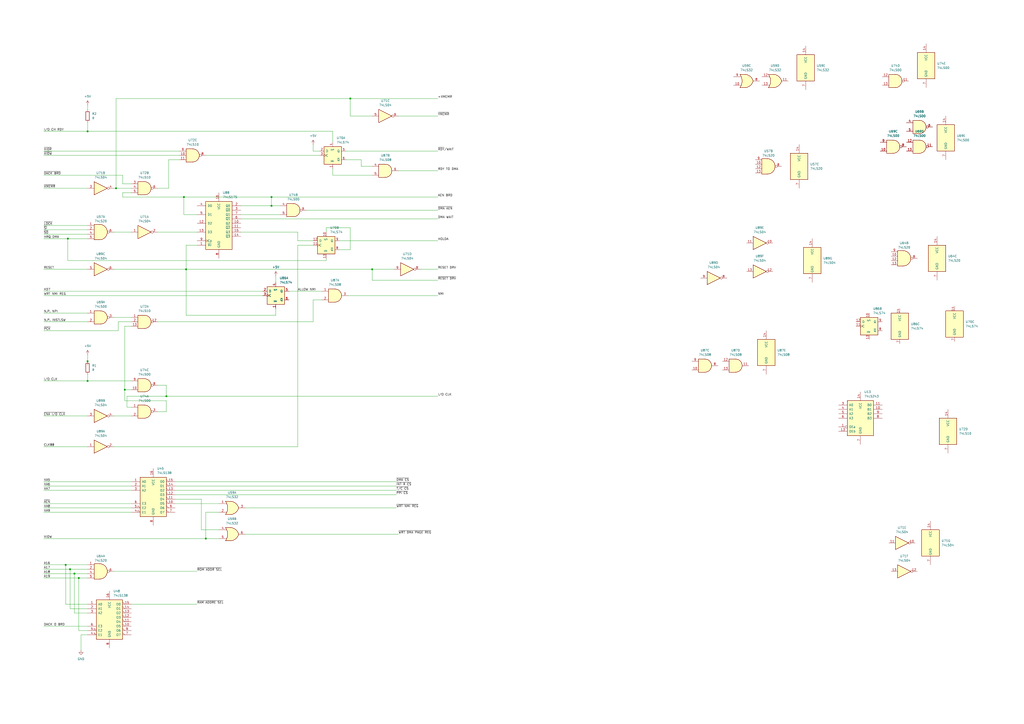
<source format=kicad_sch>
(kicad_sch (version 20231120) (generator "eeschema") (generator_version "8.0")
  (paper "A2")
  (lib_symbols
    (symbol "74xx:74LS00" (pin_names (offset 1.016))
      (property "Reference" "U" (at 0 1.27 0))
      (property "Value" "74LS00" (at 0 -1.27 0))
      (symbol "74LS00_1_1"
        (pin input line (at -7.62 2.54 0) (length 3.81) (name "~") (number "1"))
        (pin input line (at -7.62 -2.54 0) (length 3.81) (name "~") (number "2"))
        (pin output inverted (at 7.62 0 180) (length 3.81) (name "~") (number "3"))
      )
      (symbol "74LS00_1_2"
        (pin input inverted (at -7.62 2.54 0) (length 4.318) (name "~") (number "1"))
        (pin input inverted (at -7.62 -2.54 0) (length 4.318) (name "~") (number "2"))
        (pin output line (at 7.62 0 180) (length 3.81) (name "~") (number "3"))
      )
      (symbol "74LS00_2_1"
        (pin input line (at -7.62 2.54 0) (length 3.81) (name "~") (number "4"))
        (pin input line (at -7.62 -2.54 0) (length 3.81) (name "~") (number "5"))
        (pin output inverted (at 7.62 0 180) (length 3.81) (name "~") (number "6"))
      )
      (symbol "74LS00_2_2"
        (pin input inverted (at -7.62 2.54 0) (length 4.318) (name "~") (number "4"))
        (pin input inverted (at -7.62 -2.54 0) (length 4.318) (name "~") (number "5"))
        (pin output line (at 7.62 0 180) (length 3.81) (name "~") (number "6"))
      )
      (symbol "74LS00_3_1"
        (pin input line (at -7.62 -2.54 0) (length 3.81) (name "~") (number "10"))
        (pin output inverted (at 7.62 0 180) (length 3.81) (name "~") (number "8"))
        (pin input line (at -7.62 2.54 0) (length 3.81) (name "~") (number "9"))
      )
      (symbol "74LS00_3_2"
        (pin input inverted (at -7.62 -2.54 0) (length 4.318) (name "~") (number "10"))
        (pin output line (at 7.62 0 180) (length 3.81) (name "~") (number "8"))
        (pin input inverted (at -7.62 2.54 0) (length 4.318) (name "~") (number "9"))
      )
      (symbol "74LS00_4_1"
        (pin output inverted (at 7.62 0 180) (length 3.81) (name "~") (number "11"))
        (pin input line (at -7.62 2.54 0) (length 3.81) (name "~") (number "12"))
        (pin input line (at -7.62 -2.54 0) (length 3.81) (name "~") (number "13"))
      )
      (symbol "74LS00_4_2"
        (pin output line (at 7.62 0 180) (length 3.81) (name "~") (number "11"))
        (pin input inverted (at -7.62 2.54 0) (length 4.318) (name "~") (number "12"))
        (pin input inverted (at -7.62 -2.54 0) (length 4.318) (name "~") (number "13"))
      )
      (symbol "74LS00_5_0"
        (pin power_in line (at 0 12.7 270) (length 5.08) (name "VCC") (number "14"))
        (pin power_in line (at 0 -12.7 90) (length 5.08) (name "GND") (number "7"))
      )
    )
    (symbol "74xx:74LS04"
      (property "Reference" "U" (at 0 1.27 0))
      (property "Value" "74LS04" (at 0 -1.27 0))
      (symbol "74LS04_1_0"
        (pin input line (at -7.62 0 0) (length 3.81) (name "~") (number "1"))
        (pin output inverted (at 7.62 0 180) (length 3.81) (name "~") (number "2"))
      )
      (symbol "74LS04_2_0"
        (pin input line (at -7.62 0 0) (length 3.81) (name "~") (number "3"))
        (pin output inverted (at 7.62 0 180) (length 3.81) (name "~") (number "4"))
      )
      (symbol "74LS04_3_0"
        (pin input line (at -7.62 0 0) (length 3.81) (name "~") (number "5"))
        (pin output inverted (at 7.62 0 180) (length 3.81) (name "~") (number "6"))
      )
      (symbol "74LS04_4_0"
        (pin output inverted (at 7.62 0 180) (length 3.81) (name "~") (number "8"))
        (pin input line (at -7.62 0 0) (length 3.81) (name "~") (number "9"))
      )
      (symbol "74LS04_5_0"
        (pin output inverted (at 7.62 0 180) (length 3.81) (name "~") (number "10"))
        (pin input line (at -7.62 0 0) (length 3.81) (name "~") (number "11"))
      )
      (symbol "74LS04_6_0"
        (pin output inverted (at 7.62 0 180) (length 3.81) (name "~") (number "12"))
        (pin input line (at -7.62 0 0) (length 3.81) (name "~") (number "13"))
      )
      (symbol "74LS04_7_0"
        (pin power_in line (at 0 12.7 270) (length 5.08) (name "VCC") (number "14"))
        (pin power_in line (at 0 -12.7 90) (length 5.08) (name "GND") (number "7"))
      )
    )
    (symbol "74xx:74LS08" (pin_names (offset 1.016))
      (property "Reference" "U" (at 0 1.27 0))
      (property "Value" "74LS08" (at 0 -1.27 0))
      (symbol "74LS08_1_1"
        (pin input line (at -7.62 2.54 0) (length 3.81) (name "~") (number "1"))
        (pin input line (at -7.62 -2.54 0) (length 3.81) (name "~") (number "2"))
        (pin output line (at 7.62 0 180) (length 3.81) (name "~") (number "3"))
      )
      (symbol "74LS08_1_2"
        (pin input inverted (at -7.62 2.54 0) (length 4.318) (name "~") (number "1"))
        (pin input inverted (at -7.62 -2.54 0) (length 4.318) (name "~") (number "2"))
        (pin output inverted (at 7.62 0 180) (length 3.81) (name "~") (number "3"))
      )
      (symbol "74LS08_2_1"
        (pin input line (at -7.62 2.54 0) (length 3.81) (name "~") (number "4"))
        (pin input line (at -7.62 -2.54 0) (length 3.81) (name "~") (number "5"))
        (pin output line (at 7.62 0 180) (length 3.81) (name "~") (number "6"))
      )
      (symbol "74LS08_2_2"
        (pin input inverted (at -7.62 2.54 0) (length 4.318) (name "~") (number "4"))
        (pin input inverted (at -7.62 -2.54 0) (length 4.318) (name "~") (number "5"))
        (pin output inverted (at 7.62 0 180) (length 3.81) (name "~") (number "6"))
      )
      (symbol "74LS08_3_1"
        (pin input line (at -7.62 -2.54 0) (length 3.81) (name "~") (number "10"))
        (pin output line (at 7.62 0 180) (length 3.81) (name "~") (number "8"))
        (pin input line (at -7.62 2.54 0) (length 3.81) (name "~") (number "9"))
      )
      (symbol "74LS08_3_2"
        (pin input inverted (at -7.62 -2.54 0) (length 4.318) (name "~") (number "10"))
        (pin output inverted (at 7.62 0 180) (length 3.81) (name "~") (number "8"))
        (pin input inverted (at -7.62 2.54 0) (length 4.318) (name "~") (number "9"))
      )
      (symbol "74LS08_4_1"
        (pin output line (at 7.62 0 180) (length 3.81) (name "~") (number "11"))
        (pin input line (at -7.62 2.54 0) (length 3.81) (name "~") (number "12"))
        (pin input line (at -7.62 -2.54 0) (length 3.81) (name "~") (number "13"))
      )
      (symbol "74LS08_4_2"
        (pin output inverted (at 7.62 0 180) (length 3.81) (name "~") (number "11"))
        (pin input inverted (at -7.62 2.54 0) (length 4.318) (name "~") (number "12"))
        (pin input inverted (at -7.62 -2.54 0) (length 4.318) (name "~") (number "13"))
      )
      (symbol "74LS08_5_0"
        (pin power_in line (at 0 12.7 270) (length 5.08) (name "VCC") (number "14"))
        (pin power_in line (at 0 -12.7 90) (length 5.08) (name "GND") (number "7"))
      )
    )
    (symbol "74xx:74LS10" (pin_names (offset 1.016))
      (property "Reference" "U" (at 0 1.27 0))
      (property "Value" "74LS10" (at 0 -1.27 0))
      (symbol "74LS10_1_1"
        (pin input line (at -7.62 2.54 0) (length 3.81) (name "~") (number "1"))
        (pin output inverted (at 7.62 0 180) (length 3.81) (name "~") (number "12"))
        (pin input line (at -7.62 -2.54 0) (length 3.81) (name "~") (number "13"))
        (pin input line (at -7.62 0 0) (length 3.81) (name "~") (number "2"))
      )
      (symbol "74LS10_1_2"
        (pin input inverted (at -7.62 2.54 0) (length 4.318) (name "~") (number "1"))
        (pin output line (at 7.62 0 180) (length 3.81) (name "~") (number "12"))
        (pin input inverted (at -7.62 -2.54 0) (length 4.318) (name "~") (number "13"))
        (pin input inverted (at -7.62 0 0) (length 4.953) (name "~") (number "2"))
      )
      (symbol "74LS10_2_1"
        (pin input line (at -7.62 2.54 0) (length 3.81) (name "~") (number "3"))
        (pin input line (at -7.62 0 0) (length 3.81) (name "~") (number "4"))
        (pin input line (at -7.62 -2.54 0) (length 3.81) (name "~") (number "5"))
        (pin output inverted (at 7.62 0 180) (length 3.81) (name "~") (number "6"))
      )
      (symbol "74LS10_2_2"
        (pin input inverted (at -7.62 2.54 0) (length 4.318) (name "~") (number "3"))
        (pin input inverted (at -7.62 0 0) (length 4.953) (name "~") (number "4"))
        (pin input inverted (at -7.62 -2.54 0) (length 4.318) (name "~") (number "5"))
        (pin output line (at 7.62 0 180) (length 3.81) (name "~") (number "6"))
      )
      (symbol "74LS10_3_1"
        (pin input line (at -7.62 0 0) (length 3.81) (name "~") (number "10"))
        (pin input line (at -7.62 -2.54 0) (length 3.81) (name "~") (number "11"))
        (pin output inverted (at 7.62 0 180) (length 3.81) (name "~") (number "8"))
        (pin input line (at -7.62 2.54 0) (length 3.81) (name "~") (number "9"))
      )
      (symbol "74LS10_3_2"
        (pin input inverted (at -7.62 0 0) (length 4.953) (name "~") (number "10"))
        (pin input inverted (at -7.62 -2.54 0) (length 4.318) (name "~") (number "11"))
        (pin output line (at 7.62 0 180) (length 3.81) (name "~") (number "8"))
        (pin input inverted (at -7.62 2.54 0) (length 4.318) (name "~") (number "9"))
      )
      (symbol "74LS10_4_0"
        (pin power_in line (at 0 12.7 270) (length 5.08) (name "VCC") (number "14"))
        (pin power_in line (at 0 -12.7 90) (length 5.08) (name "GND") (number "7"))
      )
    )
    (symbol "74xx:74LS138" (pin_names (offset 1.016))
      (property "Reference" "U" (at -7.62 11.43 0))
      (property "Value" "74LS138" (at -7.62 -13.97 0))
      (symbol "74LS138_1_0"
        (pin input line (at -12.7 7.62 0) (length 5.08) (name "A0") (number "1"))
        (pin output output_low (at 12.7 -5.08 180) (length 5.08) (name "O5") (number "10"))
        (pin output output_low (at 12.7 -2.54 180) (length 5.08) (name "O4") (number "11"))
        (pin output output_low (at 12.7 0 180) (length 5.08) (name "O3") (number "12"))
        (pin output output_low (at 12.7 2.54 180) (length 5.08) (name "O2") (number "13"))
        (pin output output_low (at 12.7 5.08 180) (length 5.08) (name "O1") (number "14"))
        (pin output output_low (at 12.7 7.62 180) (length 5.08) (name "O0") (number "15"))
        (pin power_in line (at 0 15.24 270) (length 5.08) (name "VCC") (number "16"))
        (pin input line (at -12.7 5.08 0) (length 5.08) (name "A1") (number "2"))
        (pin input line (at -12.7 2.54 0) (length 5.08) (name "A2") (number "3"))
        (pin input input_low (at -12.7 -10.16 0) (length 5.08) (name "E1") (number "4"))
        (pin input input_low (at -12.7 -7.62 0) (length 5.08) (name "E2") (number "5"))
        (pin input line (at -12.7 -5.08 0) (length 5.08) (name "E3") (number "6"))
        (pin output output_low (at 12.7 -10.16 180) (length 5.08) (name "O7") (number "7"))
        (pin power_in line (at 0 -17.78 90) (length 5.08) (name "GND") (number "8"))
        (pin output output_low (at 12.7 -7.62 180) (length 5.08) (name "O6") (number "9"))
      )
    )
    (symbol "74xx:74LS175" (pin_names (offset 1.016))
      (property "Reference" "U" (at -7.62 13.97 0))
      (property "Value" "74LS175" (at -7.62 -16.51 0))
      (symbol "74LS175_1_0"
        (pin input line (at -12.7 -12.7 0) (length 5.08) (name "~{Mr}") (number "1"))
        (pin output line (at 12.7 0 180) (length 5.08) (name "Q2") (number "10"))
        (pin output line (at 12.7 -2.54 180) (length 5.08) (name "~{Q2}") (number "11"))
        (pin input line (at -12.7 0 0) (length 5.08) (name "D2") (number "12"))
        (pin input line (at -12.7 -5.08 0) (length 5.08) (name "D3") (number "13"))
        (pin output line (at 12.7 -7.62 180) (length 5.08) (name "~{Q3}") (number "14"))
        (pin output line (at 12.7 -5.08 180) (length 5.08) (name "Q3") (number "15"))
        (pin power_in line (at 0 17.78 270) (length 5.08) (name "VCC") (number "16"))
        (pin output line (at 12.7 10.16 180) (length 5.08) (name "Q0") (number "2"))
        (pin output line (at 12.7 7.62 180) (length 5.08) (name "~{Q0}") (number "3"))
        (pin input line (at -12.7 10.16 0) (length 5.08) (name "D0") (number "4"))
        (pin input line (at -12.7 5.08 0) (length 5.08) (name "D1") (number "5"))
        (pin output line (at 12.7 2.54 180) (length 5.08) (name "~{Q1}") (number "6"))
        (pin output line (at 12.7 5.08 180) (length 5.08) (name "Q1") (number "7"))
        (pin power_in line (at 0 -20.32 90) (length 5.08) (name "GND") (number "8"))
        (pin input clock (at -12.7 -10.16 0) (length 5.08) (name "Cp") (number "9"))
      )
    )
    (symbol "74xx:74LS20" (pin_names (offset 1.016))
      (property "Reference" "U" (at 0 1.27 0))
      (property "Value" "74LS20" (at 0 -1.27 0))
      (symbol "74LS20_1_1"
        (pin input line (at -7.62 3.81 0) (length 3.81) (name "~") (number "1"))
        (pin input line (at -7.62 1.27 0) (length 3.81) (name "~") (number "2"))
        (pin input line (at -7.62 -1.27 0) (length 3.81) (name "~") (number "4"))
        (pin input line (at -7.62 -3.81 0) (length 3.81) (name "~") (number "5"))
        (pin output inverted (at 7.62 0 180) (length 3.81) (name "~") (number "6"))
      )
      (symbol "74LS20_1_2"
        (pin input inverted (at -7.62 3.81 0) (length 3.81) (name "~") (number "1"))
        (pin input inverted (at -7.62 1.27 0) (length 4.826) (name "~") (number "2"))
        (pin input inverted (at -7.62 -1.27 0) (length 4.826) (name "~") (number "4"))
        (pin input inverted (at -7.62 -3.81 0) (length 3.81) (name "~") (number "5"))
        (pin output line (at 7.62 0 180) (length 3.81) (name "~") (number "6"))
      )
      (symbol "74LS20_2_1"
        (pin input line (at -7.62 1.27 0) (length 3.81) (name "~") (number "10"))
        (pin input line (at -7.62 -1.27 0) (length 3.81) (name "~") (number "12"))
        (pin input line (at -7.62 -3.81 0) (length 3.81) (name "~") (number "13"))
        (pin output inverted (at 7.62 0 180) (length 3.81) (name "~") (number "8"))
        (pin input line (at -7.62 3.81 0) (length 3.81) (name "~") (number "9"))
      )
      (symbol "74LS20_2_2"
        (pin input inverted (at -7.62 1.27 0) (length 4.826) (name "~") (number "10"))
        (pin input inverted (at -7.62 -1.27 0) (length 4.826) (name "~") (number "12"))
        (pin input inverted (at -7.62 -3.81 0) (length 3.81) (name "~") (number "13"))
        (pin output line (at 7.62 0 180) (length 3.81) (name "~") (number "8"))
        (pin input inverted (at -7.62 3.81 0) (length 3.81) (name "~") (number "9"))
      )
      (symbol "74LS20_3_0"
        (pin power_in line (at 0 12.7 270) (length 5.08) (name "VCC") (number "14"))
        (pin power_in line (at 0 -12.7 90) (length 5.08) (name "GND") (number "7"))
      )
    )
    (symbol "74xx:74LS243" (pin_names (offset 1.016))
      (property "Reference" "U" (at -7.62 11.43 0))
      (property "Value" "74LS243" (at -7.62 -11.43 0))
      (symbol "74LS243_1_0"
        (pin input inverted (at -12.7 -5.08 0) (length 5.08) (name "OEa") (number "1"))
        (pin tri_state line (at 12.7 5.08 180) (length 5.08) (name "B1") (number "10"))
        (pin tri_state line (at 12.7 7.62 180) (length 5.08) (name "B0") (number "11"))
        (pin input line (at -12.7 -7.62 0) (length 5.08) (name "OEb") (number "13"))
        (pin power_in line (at 0 15.24 270) (length 5.08) (name "VCC") (number "14"))
        (pin input line (at -12.7 7.62 0) (length 5.08) (name "A0") (number "3"))
        (pin input line (at -12.7 5.08 0) (length 5.08) (name "A1") (number "4"))
        (pin input line (at -12.7 2.54 0) (length 5.08) (name "A2") (number "5"))
        (pin input line (at -12.7 0 0) (length 5.08) (name "A3") (number "6"))
        (pin power_in line (at 0 -15.24 90) (length 5.08) (name "GND") (number "7"))
        (pin tri_state line (at 12.7 0 180) (length 5.08) (name "B3") (number "8"))
        (pin tri_state line (at 12.7 2.54 180) (length 5.08) (name "B2") (number "9"))
      )
    )
    (symbol "74xx:74LS32" (pin_names (offset 1.016))
      (property "Reference" "U" (at 0 1.27 0))
      (property "Value" "74LS32" (at 0 -1.27 0))
      (symbol "74LS32_1_1"
        (pin input line (at -7.62 2.54 0) (length 4.318) (name "~") (number "1"))
        (pin input line (at -7.62 -2.54 0) (length 4.318) (name "~") (number "2"))
        (pin output line (at 7.62 0 180) (length 3.81) (name "~") (number "3"))
      )
      (symbol "74LS32_1_2"
        (pin input inverted (at -7.62 2.54 0) (length 3.81) (name "~") (number "1"))
        (pin input inverted (at -7.62 -2.54 0) (length 3.81) (name "~") (number "2"))
        (pin output inverted (at 7.62 0 180) (length 3.81) (name "~") (number "3"))
      )
      (symbol "74LS32_2_1"
        (pin input line (at -7.62 2.54 0) (length 4.318) (name "~") (number "4"))
        (pin input line (at -7.62 -2.54 0) (length 4.318) (name "~") (number "5"))
        (pin output line (at 7.62 0 180) (length 3.81) (name "~") (number "6"))
      )
      (symbol "74LS32_2_2"
        (pin input inverted (at -7.62 2.54 0) (length 3.81) (name "~") (number "4"))
        (pin input inverted (at -7.62 -2.54 0) (length 3.81) (name "~") (number "5"))
        (pin output inverted (at 7.62 0 180) (length 3.81) (name "~") (number "6"))
      )
      (symbol "74LS32_3_1"
        (pin input line (at -7.62 -2.54 0) (length 4.318) (name "~") (number "10"))
        (pin output line (at 7.62 0 180) (length 3.81) (name "~") (number "8"))
        (pin input line (at -7.62 2.54 0) (length 4.318) (name "~") (number "9"))
      )
      (symbol "74LS32_3_2"
        (pin input inverted (at -7.62 -2.54 0) (length 3.81) (name "~") (number "10"))
        (pin output inverted (at 7.62 0 180) (length 3.81) (name "~") (number "8"))
        (pin input inverted (at -7.62 2.54 0) (length 3.81) (name "~") (number "9"))
      )
      (symbol "74LS32_4_1"
        (pin output line (at 7.62 0 180) (length 3.81) (name "~") (number "11"))
        (pin input line (at -7.62 2.54 0) (length 4.318) (name "~") (number "12"))
        (pin input line (at -7.62 -2.54 0) (length 4.318) (name "~") (number "13"))
      )
      (symbol "74LS32_4_2"
        (pin output inverted (at 7.62 0 180) (length 3.81) (name "~") (number "11"))
        (pin input inverted (at -7.62 2.54 0) (length 3.81) (name "~") (number "12"))
        (pin input inverted (at -7.62 -2.54 0) (length 3.81) (name "~") (number "13"))
      )
      (symbol "74LS32_5_0"
        (pin power_in line (at 0 12.7 270) (length 5.08) (name "VCC") (number "14"))
        (pin power_in line (at 0 -12.7 90) (length 5.08) (name "GND") (number "7"))
      )
    )
    (symbol "74xx:74LS74" (pin_names (offset 1.016))
      (property "Reference" "U" (at -7.62 8.89 0))
      (property "Value" "74LS74" (at -7.62 -8.89 0))
      (symbol "74LS74_1_0"
        (pin input line (at 0 -7.62 90) (length 2.54) (name "~{R}") (number "1"))
        (pin input line (at -7.62 2.54 0) (length 2.54) (name "D") (number "2"))
        (pin input clock (at -7.62 0 0) (length 2.54) (name "C") (number "3"))
        (pin input line (at 0 7.62 270) (length 2.54) (name "~{S}") (number "4"))
        (pin output line (at 7.62 2.54 180) (length 2.54) (name "Q") (number "5"))
        (pin output line (at 7.62 -2.54 180) (length 2.54) (name "~{Q}") (number "6"))
      )
      (symbol "74LS74_2_0"
        (pin input line (at 0 7.62 270) (length 2.54) (name "~{S}") (number "10"))
        (pin input clock (at -7.62 0 0) (length 2.54) (name "C") (number "11"))
        (pin input line (at -7.62 2.54 0) (length 2.54) (name "D") (number "12"))
        (pin input line (at 0 -7.62 90) (length 2.54) (name "~{R}") (number "13"))
        (pin output line (at 7.62 -2.54 180) (length 2.54) (name "~{Q}") (number "8"))
        (pin output line (at 7.62 2.54 180) (length 2.54) (name "Q") (number "9"))
      )
      (symbol "74LS74_3_0"
        (pin power_in line (at 0 10.16 270) (length 2.54) (name "VCC") (number "14"))
        (pin power_in line (at 0 -10.16 90) (length 2.54) (name "GND") (number "7"))
      )
    )
    (symbol "Device:R" (pin_numbers hide) (pin_names (offset 0))
      (property "Reference" "R" (at 2.032 0 90))
      (property "Value" "R" (at 0 0 90))
      (symbol "R_1_1"
        (pin passive line (at 0 3.81 270) (length 1.27) (name "~") (number "1"))
        (pin passive line (at 0 -3.81 90) (length 1.27) (name "~") (number "2"))
      )
    )
    (symbol "power:+5V" (power) (pin_numbers hide) (pin_names (offset 0) hide)
      (property "Value" "+5V" (at 0 3.556 0))
      (symbol "+5V_1_1"
        (pin power_in line (at 0 0 90) (length 0) (name "~") (number "1"))
      )
    )
    (symbol "power:GND" (power) (pin_numbers hide) (pin_names (offset 0) hide)
      (property "Value" "GND" (at 0 -3.81 0))
      (symbol "GND_1_1"
        (pin power_in line (at 0 0 270) (length 0) (name "~") (number "1"))
      )
    )
  )
  (junction (at 72.39 226.06))
  (junction (at 215.9 156.21))
  (junction (at 203.2 57.15))
  (junction (at 40.64 330.2))
  (junction (at 45.72 335.28))
  (junction (at 39.37 138.43))
  (junction (at 119.38 312.42))
  (junction (at 157.48 119.38))
  (junction (at 38.1 327.66))
  (junction (at 50.8 76.2))
  (junction (at 96.52 229.87))
  (junction (at 107.95 156.21))
  (junction (at 67.31 109.22))
  (junction (at 50.8 220.98))
  (junction (at 157.48 114.3))
  (junction (at 43.18 332.74))
  (junction (at 106.68 114.3))
  (junction (at 50.8 209.55))
  (wire (pts (xy 66.04 241.3) (xy 76.2 241.3)))
  (wire (pts (xy 66.04 109.22) (xy 67.31 109.22)))
  (wire (pts (xy 25.4 241.3) (xy 50.8 241.3)))
  (wire (pts (xy 119.38 312.42) (xy 127 312.42)))
  (wire (pts (xy 25.4 130.81) (xy 50.8 130.81)))
  (wire (pts (xy 71.12 101.6) (xy 25.4 101.6)))
  (wire (pts (xy 101.6 284.48) (xy 229.87 284.48)))
  (wire (pts (xy 172.72 134.62) (xy 172.72 139.7)))
  (wire (pts (xy 25.4 297.18) (xy 76.2 297.18)))
  (wire (pts (xy 96.52 223.52) (xy 96.52 229.87)))
  (wire (pts (xy 76.2 106.68) (xy 71.12 106.68)))
  (wire (pts (xy 76.2 350.52) (xy 114.3 350.52)))
  (wire (pts (xy 96.52 229.87) (xy 254 229.87)))
  (wire (pts (xy 139.7 119.38) (xy 157.48 119.38)))
  (wire (pts (xy 200.66 87.63) (xy 254 87.63)))
  (wire (pts (xy 142.24 309.88) (xy 231.14 309.88)))
  (wire (pts (xy 25.4 181.61) (xy 50.8 181.61)))
  (wire (pts (xy 189.23 151.13) (xy 39.37 151.13)))
  (wire (pts (xy 25.4 87.63) (xy 104.14 87.63)))
  (wire (pts (xy 203.2 57.15) (xy 254 57.15)))
  (wire (pts (xy 25.4 220.98) (xy 50.8 220.98)))
  (wire (pts (xy 50.8 353.06) (xy 40.64 353.06)))
  (wire (pts (xy 50.8 209.55) (xy 50.8 212.09)))
  (wire (pts (xy 231.14 67.31) (xy 254 67.31)))
  (wire (pts (xy 201.93 171.45) (xy 254 171.45)))
  (wire (pts (xy 181.61 83.82) (xy 181.61 87.63)))
  (wire (pts (xy 172.72 142.24) (xy 181.61 142.24)))
  (wire (pts (xy 186.69 173.99) (xy 181.61 173.99)))
  (wire (pts (xy 193.04 101.6) (xy 215.9 101.6)))
  (wire (pts (xy 76.2 111.76) (xy 71.12 111.76)))
  (wire (pts (xy 101.6 279.4) (xy 229.87 279.4)))
  (wire (pts (xy 71.12 111.76) (xy 71.12 114.3)))
  (wire (pts (xy 50.8 205.74) (xy 50.8 209.55)))
  (wire (pts (xy 215.9 67.31) (xy 203.2 67.31)))
  (wire (pts (xy 25.4 171.45) (xy 152.4 171.45)))
  (wire (pts (xy 107.95 156.21) (xy 215.9 156.21)))
  (wire (pts (xy 25.4 156.21) (xy 50.8 156.21)))
  (wire (pts (xy 193.04 97.79) (xy 193.04 101.6)))
  (wire (pts (xy 67.31 109.22) (xy 67.31 57.15)))
  (wire (pts (xy 189.23 132.08) (xy 203.2 132.08)))
  (wire (pts (xy 71.12 106.68) (xy 71.12 101.6)))
  (wire (pts (xy 119.38 297.18) (xy 119.38 312.42)))
  (wire (pts (xy 25.4 90.17) (xy 104.14 90.17)))
  (wire (pts (xy 209.55 92.71) (xy 200.66 92.71)))
  (wire (pts (xy 25.4 292.1) (xy 76.2 292.1)))
  (wire (pts (xy 91.44 109.22) (xy 97.79 109.22)))
  (wire (pts (xy 181.61 186.69) (xy 91.44 186.69)))
  (wire (pts (xy 66.04 156.21) (xy 107.95 156.21)))
  (wire (pts (xy 157.48 119.38) (xy 162.56 119.38)))
  (wire (pts (xy 25.4 294.64) (xy 76.2 294.64)))
  (wire (pts (xy 73.66 236.22) (xy 73.66 229.87)))
  (wire (pts (xy 139.7 124.46) (xy 162.56 124.46)))
  (wire (pts (xy 172.72 139.7) (xy 181.61 139.7)))
  (wire (pts (xy 116.84 307.34) (xy 116.84 289.56)))
  (wire (pts (xy 66.04 259.08) (xy 172.72 259.08)))
  (wire (pts (xy 139.7 134.62) (xy 172.72 134.62)))
  (wire (pts (xy 196.85 139.7) (xy 254 139.7)))
  (wire (pts (xy 243.84 156.21) (xy 254 156.21)))
  (wire (pts (xy 25.4 138.43) (xy 39.37 138.43)))
  (wire (pts (xy 91.44 238.76) (xy 96.52 238.76)))
  (wire (pts (xy 106.68 124.46) (xy 106.68 114.3)))
  (wire (pts (xy 73.66 229.87) (xy 96.52 229.87)))
  (wire (pts (xy 72.39 226.06) (xy 76.2 226.06)))
  (wire (pts (xy 68.58 186.69) (xy 68.58 191.77)))
  (wire (pts (xy 67.31 57.15) (xy 203.2 57.15)))
  (wire (pts (xy 231.14 99.06) (xy 254 99.06)))
  (wire (pts (xy 97.79 92.71) (xy 104.14 92.71)))
  (wire (pts (xy 96.52 238.76) (xy 96.52 232.41)))
  (wire (pts (xy 25.4 191.77) (xy 68.58 191.77)))
  (wire (pts (xy 193.04 82.55) (xy 193.04 76.2)))
  (wire (pts (xy 97.79 109.22) (xy 97.79 92.71)))
  (wire (pts (xy 172.72 259.08) (xy 172.72 142.24)))
  (wire (pts (xy 215.9 156.21) (xy 228.6 156.21)))
  (wire (pts (xy 25.4 363.22) (xy 50.8 363.22)))
  (wire (pts (xy 38.1 327.66) (xy 50.8 327.66)))
  (wire (pts (xy 106.68 114.3) (xy 157.48 114.3)))
  (wire (pts (xy 25.4 259.08) (xy 50.8 259.08)))
  (wire (pts (xy 209.55 96.52) (xy 209.55 92.71)))
  (wire (pts (xy 43.18 332.74) (xy 50.8 332.74)))
  (wire (pts (xy 66.04 184.15) (xy 76.2 184.15)))
  (wire (pts (xy 50.8 76.2) (xy 25.4 76.2)))
  (wire (pts (xy 189.23 134.62) (xy 189.23 132.08)))
  (wire (pts (xy 25.4 279.4) (xy 76.2 279.4)))
  (wire (pts (xy 50.8 368.3) (xy 46.99 368.3)))
  (wire (pts (xy 25.4 332.74) (xy 43.18 332.74)))
  (wire (pts (xy 50.8 60.96) (xy 50.8 63.5)))
  (wire (pts (xy 114.3 124.46) (xy 106.68 124.46)))
  (wire (pts (xy 203.2 132.08) (xy 203.2 144.78)))
  (wire (pts (xy 25.4 135.89) (xy 50.8 135.89)))
  (wire (pts (xy 71.12 114.3) (xy 106.68 114.3)))
  (wire (pts (xy 157.48 114.3) (xy 157.48 119.38)))
  (wire (pts (xy 209.55 96.52) (xy 215.9 96.52)))
  (wire (pts (xy 25.4 312.42) (xy 119.38 312.42)))
  (wire (pts (xy 72.39 226.06) (xy 72.39 189.23)))
  (wire (pts (xy 101.6 281.94) (xy 229.87 281.94)))
  (wire (pts (xy 160.02 179.07) (xy 160.02 182.88)))
  (wire (pts (xy 66.04 331.47) (xy 114.3 331.47)))
  (wire (pts (xy 25.4 330.2) (xy 40.64 330.2)))
  (wire (pts (xy 127 307.34) (xy 116.84 307.34)))
  (wire (pts (xy 160.02 182.88) (xy 107.95 182.88)))
  (wire (pts (xy 45.72 365.76) (xy 45.72 335.28)))
  (wire (pts (xy 116.84 289.56) (xy 101.6 289.56)))
  (wire (pts (xy 215.9 156.21) (xy 215.9 162.56)))
  (wire (pts (xy 66.04 134.62) (xy 76.2 134.62)))
  (wire (pts (xy 50.8 220.98) (xy 76.2 220.98)))
  (wire (pts (xy 91.44 223.52) (xy 96.52 223.52)))
  (wire (pts (xy 50.8 71.12) (xy 50.8 76.2)))
  (wire (pts (xy 193.04 76.2) (xy 50.8 76.2)))
  (wire (pts (xy 157.48 114.3) (xy 254 114.3)))
  (wire (pts (xy 107.95 182.88) (xy 107.95 156.21)))
  (wire (pts (xy 119.38 90.17) (xy 185.42 90.17)))
  (wire (pts (xy 177.8 121.92) (xy 254 121.92)))
  (wire (pts (xy 38.1 350.52) (xy 38.1 327.66)))
  (wire (pts (xy 43.18 355.6) (xy 43.18 332.74)))
  (wire (pts (xy 181.61 173.99) (xy 181.61 186.69)))
  (wire (pts (xy 215.9 162.56) (xy 254 162.56)))
  (wire (pts (xy 25.4 168.91) (xy 152.4 168.91)))
  (wire (pts (xy 189.23 149.86) (xy 189.23 151.13)))
  (wire (pts (xy 40.64 330.2) (xy 50.8 330.2)))
  (wire (pts (xy 107.95 156.21) (xy 107.95 142.24)))
  (wire (pts (xy 67.31 109.22) (xy 76.2 109.22)))
  (wire (pts (xy 25.4 186.69) (xy 50.8 186.69)))
  (wire (pts (xy 40.64 353.06) (xy 40.64 330.2)))
  (wire (pts (xy 139.7 127) (xy 254 127)))
  (wire (pts (xy 46.99 368.3) (xy 46.99 377.19)))
  (wire (pts (xy 25.4 335.28) (xy 45.72 335.28)))
  (wire (pts (xy 160.02 160.02) (xy 160.02 163.83)))
  (wire (pts (xy 50.8 350.52) (xy 38.1 350.52)))
  (wire (pts (xy 127 297.18) (xy 119.38 297.18)))
  (wire (pts (xy 91.44 134.62) (xy 114.3 134.62)))
  (wire (pts (xy 107.95 142.24) (xy 114.3 142.24)))
  (wire (pts (xy 39.37 138.43) (xy 50.8 138.43)))
  (wire (pts (xy 76.2 236.22) (xy 73.66 236.22)))
  (wire (pts (xy 72.39 232.41) (xy 72.39 226.06)))
  (wire (pts (xy 167.64 168.91) (xy 186.69 168.91)))
  (wire (pts (xy 76.2 186.69) (xy 68.58 186.69)))
  (wire (pts (xy 25.4 281.94) (xy 76.2 281.94)))
  (wire (pts (xy 45.72 335.28) (xy 50.8 335.28)))
  (wire (pts (xy 39.37 151.13) (xy 39.37 138.43)))
  (wire (pts (xy 101.6 292.1) (xy 127 292.1)))
  (wire (pts (xy 142.24 294.64) (xy 229.87 294.64)))
  (wire (pts (xy 25.4 327.66) (xy 38.1 327.66)))
  (wire (pts (xy 50.8 365.76) (xy 45.72 365.76)))
  (wire (pts (xy 203.2 144.78) (xy 196.85 144.78)))
  (wire (pts (xy 203.2 67.31) (xy 203.2 57.15)))
  (wire (pts (xy 72.39 189.23) (xy 76.2 189.23)))
  (wire (pts (xy 181.61 87.63) (xy 185.42 87.63)))
  (wire (pts (xy 50.8 217.17) (xy 50.8 220.98)))
  (wire (pts (xy 25.4 133.35) (xy 50.8 133.35)))
  (wire (pts (xy 25.4 109.22) (xy 50.8 109.22)))
  (wire (pts (xy 50.8 355.6) (xy 43.18 355.6)))
  (wire (pts (xy 101.6 287.02) (xy 229.87 287.02)))
  (wire (pts (xy 25.4 284.48) (xy 76.2 284.48)))
  (wire (pts (xy 96.52 232.41) (xy 72.39 232.41)))
  (label "I{slash}O CH RDY" (at 25.4 76.2 0))
  (label "~{RDY}{slash}WAIT" (at 254 87.63 0))
  (label "~{SO}" (at 25.4 135.89 0))
  (label "HOLDA" (at 254 139.7 0))
  (label "~{AEN}" (at 25.4 292.1 0))
  (label "A16" (at 25.4 327.66 0))
  (label "DMA WAIT" (at 254 127 0))
  (label "N.P. NPI" (at 25.4 181.61 0))
  (label "~{T{slash}C CS}" (at 229.87 284.48 0))
  (label "~{DMA CS}" (at 229.87 279.4 0))
  (label "XA7" (at 25.4 284.48 0))
  (label "A18" (at 25.4 332.74 0))
  (label "~{RESET DRV}" (at 254 162.56 0))
  (label "+XMEMR" (at 254 57.15 0))
  (label "~{XMEMR}" (at 25.4 109.22 0))
  (label "HRQ DMA" (at 25.4 138.43 0))
  (label "RESET DRV" (at 254 156.21 0))
  (label "NMI" (at 254 171.45 0))
  (label "~{ENA I{slash}O CLK}" (at 25.4 241.3 0))
  (label "XA5" (at 25.4 279.4 0))
  (label "RESET" (at 25.4 156.21 0))
  (label "~{DMA AEN}" (at 254 121.92 0))
  (label "~{INT R CS}" (at 229.87 281.94 0))
  (label "AEN BRD" (at 254 114.3 0))
  (label "A17" (at 25.4 330.2 0))
  (label "I{slash}O CLK" (at 25.4 220.98 0))
  (label "~{PPI CS}" (at 229.87 287.02 0))
  (label "N.P. INSTLSW" (at 25.4 186.69 0))
  (label "CLK88" (at 25.4 259.08 0))
  (label "~{RAM ADDRE SEL}" (at 114.3 350.52 0))
  (label "~{XIOR}" (at 25.4 87.63 0))
  (label "XA8" (at 25.4 294.64 0))
  (label "I{slash}O CLK" (at 254 229.87 0))
  (label "~{PCK}" (at 25.4 191.77 0))
  (label "WRT NMI REG" (at 25.4 171.45 0))
  (label "~{YMEMR}" (at 254 67.31 0))
  (label "XIOW" (at 25.4 312.42 0))
  (label "ALLOW NMI" (at 172.72 168.91 0))
  (label "~{ROM ADDR SEL}" (at 114.3 331.47 0))
  (label "~{XIOW}" (at 25.4 90.17 0))
  (label "RDY TO DMA" (at 254 99.06 0))
  (label "A19" (at 25.4 335.28 0))
  (label "XA9" (at 25.4 297.18 0))
  (label "~{SI}" (at 25.4 133.35 0))
  (label "~{WRT NMI REG}" (at 229.87 294.64 0))
  (label "~{DACK BRD}" (at 25.4 101.6 0))
  (label "XD7" (at 25.4 168.91 0))
  (label "~{WRT DMA PAGE REG}" (at 231.14 309.88 0))
  (label "~{LOCK}" (at 25.4 130.81 0))
  (label "DACK O BRD" (at 25.4 363.22 0))
  (label "XA6" (at 25.4 281.94 0))
  (symbol (lib_id "74xx:74LS04") (at 440.69 157.48 0) (unit 6)
    (property "Reference" "U89" (at 440.69 148.59 0))
    (property "Value" "74LS04" (at 440.69 151.13 0))
    (property "Datasheet" "http://www.ti.com/lit/gpn/sn74LS04" (effects (hide yes)))
    (property "Description" "Hex Inverter" (effects (hide yes)))
  )
  (symbol (lib_id "74xx:74LS04") (at 236.22 156.21 0) (unit 4)
    (property "Reference" "U71" (at 236.22 147.32 0))
    (property "Value" "74LS04" (at 236.22 149.86 0))
    (property "Datasheet" "http://www.ti.com/lit/gpn/sn74LS04" (effects (hide yes)))
    (property "Description" "Hex Inverter" (effects (hide yes)))
  )
  (symbol (lib_id "74xx:74LS20") (at 58.42 331.47 0) (unit 1)
    (property "Reference" "U64" (at 58.4103 322.58 0))
    (property "Value" "74LS20" (at 58.4103 325.12 0))
    (property "Datasheet" "http://www.ti.com/lit/gpn/sn74LS20" (effects (hide yes)))
    (property "Description" "Dual 4-input NAND" (effects (hide yes)))
  )
  (symbol (lib_id "74xx:74LS10") (at 111.76 90.17 0) (unit 3)
    (property "Reference" "U72" (at 111.7517 81.28 0))
    (property "Value" "74LS10" (at 111.7517 83.82 0))
    (property "Datasheet" "http://www.ti.com/lit/gpn/sn74LS10" (effects (hide yes)))
    (property "Description" "Triple 3-input NAND" (effects (hide yes)))
  )
  (symbol (lib_id "74xx:74LS10") (at 549.91 250.19 0) (unit 4)
    (property "Reference" "U72" (at 556.26 248.9199 0) (effects (justify left)))
    (property "Value" "74LS10" (at 556.26 251.4599 0) (effects (justify left)))
    (property "Datasheet" "http://www.ti.com/lit/gpn/sn74LS10" (effects (hide yes)))
    (property "Description" "Triple 3-input NAND" (effects (hide yes)))
  )
  (symbol (lib_id "74xx:74LS74") (at 504.19 189.23 0) (unit 2)
    (property "Reference" "U86" (at 506.3841 179.07 0) (effects (justify left)))
    (property "Value" "74LS74" (at 506.3841 181.61 0) (effects (justify left)))
    (property "Datasheet" "74xx/74hc_hct74.pdf" (effects (hide yes)))
    (property "Description" "Dual D Flip-flop, Set & Reset" (effects (hide yes)))
  )
  (symbol (lib_id "74xx:74LS74") (at 160.02 171.45 0) (unit 1)
    (property "Reference" "U86" (at 162.2141 161.29 0) (effects (justify left)))
    (property "Value" "74LS74" (at 162.2141 163.83 0) (effects (justify left)))
    (property "Datasheet" "74xx/74hc_hct74.pdf" (effects (hide yes)))
    (property "Description" "Dual D Flip-flop, Set & Reset" (effects (hide yes)))
  )
  (symbol (lib_id "power:+5V") (at 160.02 160.02 0) (unit 1)
    (property "Reference" "#PWR02" (effects (hide yes)))
    (property "Value" "+5V" (at 160.02 154.94 0))
    (property "Description" "Power symbol creates a global label with name \"+5V\"" (effects (hide yes)))
  )
  (symbol (lib_id "74xx:74LS32") (at 467.36 39.37 0) (unit 5)
    (property "Reference" "U59" (at 473.71 38.0999 0) (effects (justify left)))
    (property "Value" "74LS32" (at 473.71 40.6399 0) (effects (justify left)))
    (property "Datasheet" "http://www.ti.com/lit/gpn/sn74LS32" (effects (hide yes)))
    (property "Description" "Quad 2-input OR" (effects (hide yes)))
  )
  (symbol (lib_id "74xx:74LS74") (at 553.72 187.96 0) (unit 3)
    (property "Reference" "U70" (at 560.07 186.6899 0) (effects (justify left)))
    (property "Value" "74LS74" (at 560.07 189.2299 0) (effects (justify left)))
    (property "Datasheet" "74xx/74hc_hct74.pdf" (effects (hide yes)))
    (property "Description" "Dual D Flip-flop, Set & Reset" (effects (hide yes)))
  )
  (symbol (lib_id "74xx:74LS20") (at 58.42 134.62 0) (unit 1)
    (property "Reference" "U57" (at 58.4103 125.73 0))
    (property "Value" "74LS20" (at 58.4103 128.27 0))
    (property "Datasheet" "http://www.ti.com/lit/gpn/sn74LS20" (effects (hide yes)))
    (property "Description" "Dual 4-input NAND" (effects (hide yes)))
  )
  (symbol (lib_id "74xx:74LS32") (at 449.58 46.99 0) (unit 4)
    (property "Reference" "U59" (at 449.58 38.1 0))
    (property "Value" "74LS32" (at 449.58 40.64 0))
    (property "Datasheet" "http://www.ti.com/lit/gpn/sn74LS32" (effects (hide yes)))
    (property "Description" "Quad 2-input OR" (effects (hide yes)))
  )
  (symbol (lib_id "74xx:74LS04") (at 440.69 140.97 0) (unit 5)
    (property "Reference" "U89" (at 440.69 132.08 0))
    (property "Value" "74LS04" (at 440.69 134.62 0))
    (property "Datasheet" "http://www.ti.com/lit/gpn/sn74LS04" (effects (hide yes)))
    (property "Description" "Hex Inverter" (effects (hide yes)))
  )
  (symbol (lib_id "74xx:74LS00") (at 170.18 121.92 0) (unit 2)
    (property "Reference" "U74" (at 170.1717 113.03 0))
    (property "Value" "74LS00" (at 170.1717 115.57 0))
    (property "Datasheet" "http://www.ti.com/lit/gpn/sn74ls00" (effects (hide yes)))
    (property "Description" "quad 2-input NAND gate" (effects (hide yes)))
  )
  (symbol (lib_id "74xx:74LS10") (at 83.82 186.69 0) (unit 1)
    (property "Reference" "U72" (at 83.8117 177.8 0))
    (property "Value" "74LS10" (at 83.8117 180.34 0))
    (property "Datasheet" "http://www.ti.com/lit/gpn/sn74LS10" (effects (hide yes)))
    (property "Description" "Triple 3-input NAND" (effects (hide yes)))
  )
  (symbol (lib_id "74xx:74LS138") (at 88.9 287.02 0) (unit 1)
    (property "Reference" "U45" (at 91.0941 271.78 0) (effects (justify left)))
    (property "Value" "74LS138" (at 91.0941 274.32 0) (effects (justify left)))
    (property "Datasheet" "http://www.ti.com/lit/gpn/sn74LS138" (effects (hide yes)))
    (property "Description" "Decoder 3 to 8 active low outputs" (effects (hide yes)))
  )
  (symbol (lib_id "74xx:74LS00") (at 518.16 85.09 0) (unit 3)
    (property "Reference" "U69" (at 518.1517 76.2 0))
    (property "Value" "74LS00" (at 518.1517 78.74 0))
    (property "Datasheet" "http://www.ti.com/lit/gpn/sn74ls00" (effects (hide yes)))
    (property "Description" "quad 2-input NAND gate" (effects (hide yes)))
  )
  (symbol (lib_id "Device:R") (at 50.8 67.31 0) (unit 1)
    (property "Reference" "R2" (at 53.34 66.0399 0) (effects (justify left)))
    (property "Value" "R" (at 53.34 68.5799 0) (effects (justify left)))
    (property "Description" "Resistor" (effects (hide yes)))
  )
  (symbol (lib_id "power:GND") (at 46.99 377.19 0) (unit 1)
    (property "Reference" "#PWR05" (effects (hide yes)))
    (property "Value" "GND" (at 46.99 382.27 0))
    (property "Description" "Power symbol creates a global label with name \"GND\" , ground" (effects (hide yes)))
  )
  (symbol (lib_id "74xx:74LS74") (at 189.23 142.24 0) (unit 2)
    (property "Reference" "U70" (at 191.4241 132.08 0) (effects (justify left)))
    (property "Value" "74LS74" (at 191.4241 134.62 0) (effects (justify left)))
    (property "Datasheet" "74xx/74hc_hct74.pdf" (effects (hide yes)))
    (property "Description" "Dual D Flip-flop, Set & Reset" (effects (hide yes)))
  )
  (symbol (lib_id "74xx:74LS00") (at 58.42 184.15 0) (unit 1)
    (property "Reference" "U69" (at 58.4117 175.26 0))
    (property "Value" "74LS00" (at 58.4117 177.8 0))
    (property "Datasheet" "http://www.ti.com/lit/gpn/sn74ls00" (effects (hide yes)))
    (property "Description" "quad 2-input NAND gate" (effects (hide yes)))
  )
  (symbol (lib_id "power:+5V") (at 50.8 205.74 0) (unit 1)
    (property "Reference" "#PWR01" (effects (hide yes)))
    (property "Value" "+5V" (at 50.8 200.66 0))
    (property "Description" "Power symbol creates a global label with name \"+5V\"" (effects (hide yes)))
  )
  (symbol (lib_id "74xx:74LS08") (at 408.94 212.09 0) (unit 3)
    (property "Reference" "U87" (at 408.9317 203.2 0))
    (property "Value" "74LS08" (at 408.9317 205.74 0))
    (property "Datasheet" "http://www.ti.com/lit/gpn/sn74LS08" (effects (hide yes)))
    (property "Description" "Quad And2" (effects (hide yes)))
  )
  (symbol (lib_id "74xx:74LS04") (at 523.24 314.96 0) (unit 5)
    (property "Reference" "U71" (at 523.24 306.07 0))
    (property "Value" "74LS04" (at 523.24 308.61 0))
    (property "Datasheet" "http://www.ti.com/lit/gpn/sn74LS04" (effects (hide yes)))
    (property "Description" "Hex Inverter" (effects (hide yes)))
  )
  (symbol (lib_id "74xx:74LS04") (at 58.42 109.22 0) (unit 2)
    (property "Reference" "U71" (at 58.42 100.33 0))
    (property "Value" "74LS04" (at 58.42 102.87 0))
    (property "Datasheet" "http://www.ti.com/lit/gpn/sn74LS04" (effects (hide yes)))
    (property "Description" "Hex Inverter" (effects (hide yes)))
  )
  (symbol (lib_id "Device:R") (at 50.8 213.36 0) (unit 1)
    (property "Reference" "R1" (at 53.34 212.0899 0) (effects (justify left)))
    (property "Value" "R" (at 53.34 214.6299 0) (effects (justify left)))
    (property "Description" "Resistor" (effects (hide yes)))
  )
  (symbol (lib_id "74xx:74LS04") (at 83.82 134.62 0) (unit 1)
    (property "Reference" "U71" (at 83.82 125.73 0))
    (property "Value" "74LS04" (at 83.82 128.27 0))
    (property "Datasheet" "http://www.ti.com/lit/gpn/sn74LS04" (effects (hide yes)))
    (property "Description" "Hex Inverter" (effects (hide yes)))
  )
  (symbol (lib_id "power:+5V") (at 50.8 60.96 0) (unit 1)
    (property "Reference" "#PWR04" (effects (hide yes)))
    (property "Value" "+5V" (at 50.8 55.88 0))
    (property "Description" "Power symbol creates a global label with name \"+5V\"" (effects (hide yes)))
  )
  (symbol (lib_id "74xx:74LS00") (at 519.43 46.99 0) (unit 4)
    (property "Reference" "U74" (at 519.4217 38.1 0))
    (property "Value" "74LS00" (at 519.4217 40.64 0))
    (property "Datasheet" "http://www.ti.com/lit/gpn/sn74ls00" (effects (hide yes)))
    (property "Description" "quad 2-input NAND gate" (effects (hide yes)))
  )
  (symbol (lib_id "74xx:74LS138") (at 63.5 358.14 0) (unit 1)
    (property "Reference" "U48" (at 65.6941 342.9 0) (effects (justify left)))
    (property "Value" "74LS138" (at 65.6941 345.44 0) (effects (justify left)))
    (property "Datasheet" "http://www.ti.com/lit/gpn/sn74LS138" (effects (hide yes)))
    (property "Description" "Decoder 3 to 8 active low outputs" (effects (hide yes)))
  )
  (symbol (lib_id "74xx:74LS04") (at 58.42 259.08 0) (unit 1)
    (property "Reference" "U89" (at 58.42 250.19 0))
    (property "Value" "74LS04" (at 58.42 252.73 0))
    (property "Datasheet" "http://www.ti.com/lit/gpn/sn74LS04" (effects (hide yes)))
    (property "Description" "Hex Inverter" (effects (hide yes)))
  )
  (symbol (lib_id "power:+5V") (at 181.61 83.82 0) (unit 1)
    (property "Reference" "#PWR03" (effects (hide yes)))
    (property "Value" "+5V" (at 181.61 78.74 0))
    (property "Description" "Power symbol creates a global label with name \"+5V\"" (effects (hide yes)))
  )
  (symbol (lib_id "74xx:74LS10") (at 83.82 109.22 0) (unit 2)
    (property "Reference" "U72" (at 83.8117 100.33 0))
    (property "Value" "74LS10" (at 83.8117 102.87 0))
    (property "Datasheet" "http://www.ti.com/lit/gpn/sn74LS10" (effects (hide yes)))
    (property "Description" "Triple 3-input NAND" (effects (hide yes)))
  )
  (symbol (lib_id "74xx:74LS32") (at 134.62 309.88 0) (unit 2)
    (property "Reference" "U59" (at 134.62 300.99 0))
    (property "Value" "74LS32" (at 134.62 303.53 0))
    (property "Datasheet" "http://www.ti.com/lit/gpn/sn74LS32" (effects (hide yes)))
    (property "Description" "Quad 2-input OR" (effects (hide yes)))
  )
  (symbol (lib_id "74xx:74LS08") (at 194.31 171.45 0) (unit 1)
    (property "Reference" "U87" (at 194.3017 162.56 0))
    (property "Value" "74LS08" (at 194.3017 165.1 0))
    (property "Datasheet" "http://www.ti.com/lit/gpn/sn74LS08" (effects (hide yes)))
    (property "Description" "Quad And2" (effects (hide yes)))
  )
  (symbol (lib_id "74xx:74LS74") (at 193.04 90.17 0) (unit 1)
    (property "Reference" "U70" (at 195.2341 80.01 0) (effects (justify left)))
    (property "Value" "74LS74" (at 195.2341 82.55 0) (effects (justify left)))
    (property "Datasheet" "74xx/74hc_hct74.pdf" (effects (hide yes)))
    (property "Description" "Dual D Flip-flop, Set & Reset" (effects (hide yes)))
  )
  (symbol (lib_id "74xx:74LS32") (at 134.62 294.64 0) (unit 1)
    (property "Reference" "U59" (at 134.62 285.75 0))
    (property "Value" "74LS32" (at 134.62 288.29 0))
    (property "Datasheet" "http://www.ti.com/lit/gpn/sn74LS32" (effects (hide yes)))
    (property "Description" "Quad 2-input OR" (effects (hide yes)))
  )
  (symbol (lib_id "74xx:74LS04") (at 524.51 331.47 0) (unit 6)
    (property "Reference" "U71" (at 524.51 322.58 0))
    (property "Value" "74LS04" (at 524.51 325.12 0))
    (property "Datasheet" "http://www.ti.com/lit/gpn/sn74LS04" (effects (hide yes)))
    (property "Description" "Hex Inverter" (effects (hide yes)))
  )
  (symbol (lib_id "74xx:74LS32") (at 433.07 46.99 0) (unit 3)
    (property "Reference" "U59" (at 433.07 38.1 0))
    (property "Value" "74LS32" (at 433.07 40.64 0))
    (property "Datasheet" "http://www.ti.com/lit/gpn/sn74LS32" (effects (hide yes)))
    (property "Description" "Quad 2-input OR" (effects (hide yes)))
  )
  (symbol (lib_id "74xx:74LS08") (at 444.5 204.47 0) (unit 5)
    (property "Reference" "U87" (at 450.85 203.1999 0) (effects (justify left)))
    (property "Value" "74LS08" (at 450.85 205.7399 0) (effects (justify left)))
    (property "Datasheet" "http://www.ti.com/lit/gpn/sn74LS08" (effects (hide yes)))
    (property "Description" "Quad And2" (effects (hide yes)))
  )
  (symbol (lib_id "74xx:74LS00") (at 533.4 73.66 0) (unit 2)
    (property "Reference" "U69" (at 533.3917 64.77 0))
    (property "Value" "74LS00" (at 533.3917 67.31 0))
    (property "Datasheet" "http://www.ti.com/lit/gpn/sn74ls00" (effects (hide yes)))
    (property "Description" "quad 2-input NAND gate" (effects (hide yes)))
  )
  (symbol (lib_id "74xx:74LS00") (at 533.4 85.09 0) (unit 4)
    (property "Reference" "U69" (at 533.3917 76.2 0))
    (property "Value" "74LS00" (at 533.3917 78.74 0))
    (property "Datasheet" "http://www.ti.com/lit/gpn/sn74ls00" (effects (hide yes)))
    (property "Description" "quad 2-input NAND gate" (effects (hide yes)))
  )
  (symbol (lib_id "74xx:74LS20") (at 463.55 96.52 0) (unit 3)
    (property "Reference" "U57" (at 469.9 95.2499 0) (effects (justify left)))
    (property "Value" "74LS20" (at 469.9 97.7899 0) (effects (justify left)))
    (property "Datasheet" "http://www.ti.com/lit/gpn/sn74LS20" (effects (hide yes)))
    (property "Description" "Dual 4-input NAND" (effects (hide yes)))
  )
  (symbol (lib_id "74xx:74LS00") (at 83.82 238.76 0) (unit 1)
    (property "Reference" "U74" (at 83.8117 229.87 0))
    (property "Value" "74LS00" (at 83.8117 232.41 0))
    (property "Datasheet" "http://www.ti.com/lit/gpn/sn74ls00" (effects (hide yes)))
    (property "Description" "quad 2-input NAND gate" (effects (hide yes)))
  )
  (symbol (lib_id "74xx:74LS20") (at 445.77 96.52 0) (unit 2)
    (property "Reference" "U57" (at 445.7603 87.63 0))
    (property "Value" "74LS20" (at 445.7603 90.17 0))
    (property "Datasheet" "http://www.ti.com/lit/gpn/sn74LS20" (effects (hide yes)))
    (property "Description" "Dual 4-input NAND" (effects (hide yes)))
  )
  (symbol (lib_id "74xx:74LS04") (at 414.02 161.29 0) (unit 4)
    (property "Reference" "U89" (at 414.02 152.4 0))
    (property "Value" "74LS04" (at 414.02 154.94 0))
    (property "Datasheet" "http://www.ti.com/lit/gpn/sn74LS04" (effects (hide yes)))
    (property "Description" "Hex Inverter" (effects (hide yes)))
  )
  (symbol (lib_id "74xx:74LS04") (at 539.75 314.96 0) (unit 7)
    (property "Reference" "U71" (at 546.1 313.6899 0) (effects (justify left)))
    (property "Value" "74LS04" (at 546.1 316.2299 0) (effects (justify left)))
    (property "Datasheet" "http://www.ti.com/lit/gpn/sn74LS04" (effects (hide yes)))
    (property "Description" "Hex Inverter" (effects (hide yes)))
  )
  (symbol (lib_id "74xx:74LS04") (at 58.42 156.21 0) (unit 3)
    (property "Reference" "U89" (at 58.42 147.32 0))
    (property "Value" "74LS04" (at 58.42 149.86 0))
    (property "Datasheet" "http://www.ti.com/lit/gpn/sn74LS04" (effects (hide yes)))
    (property "Description" "Hex Inverter" (effects (hide yes)))
  )
  (symbol (lib_id "74xx:74LS00") (at 83.82 223.52 0) (unit 3)
    (property "Reference" "U74" (at 83.8117 214.63 0))
    (property "Value" "74LS00" (at 83.8117 217.17 0))
    (property "Datasheet" "http://www.ti.com/lit/gpn/sn74ls00" (effects (hide yes)))
    (property "Description" "quad 2-input NAND gate" (effects (hide yes)))
  )
  (symbol (lib_id "74xx:74LS04") (at 58.42 241.3 0) (unit 2)
    (property "Reference" "U89" (at 58.42 232.41 0))
    (property "Value" "74LS04" (at 58.42 234.95 0))
    (property "Datasheet" "http://www.ti.com/lit/gpn/sn74LS04" (effects (hide yes)))
    (property "Description" "Hex Inverter" (effects (hide yes)))
  )
  (symbol (lib_id "74xx:74LS08") (at 223.52 99.06 0) (unit 2)
    (property "Reference" "U87" (at 223.5117 90.17 0))
    (property "Value" "74LS08" (at 223.5117 92.71 0))
    (property "Datasheet" "http://www.ti.com/lit/gpn/sn74LS08" (effects (hide yes)))
    (property "Description" "Quad And2" (effects (hide yes)))
  )
  (symbol (lib_id "74xx:74LS20") (at 543.56 149.86 0) (unit 3)
    (property "Reference" "U64" (at 549.91 148.5899 0) (effects (justify left)))
    (property "Value" "74LS20" (at 549.91 151.1299 0) (effects (justify left)))
    (property "Datasheet" "http://www.ti.com/lit/gpn/sn74LS20" (effects (hide yes)))
    (property "Description" "Dual 4-input NAND" (effects (hide yes)))
  )
  (symbol (lib_id "74xx:74LS20") (at 524.51 149.86 0) (unit 2)
    (property "Reference" "U64" (at 524.5003 140.97 0))
    (property "Value" "74LS20" (at 524.5003 143.51 0))
    (property "Datasheet" "http://www.ti.com/lit/gpn/sn74LS20" (effects (hide yes)))
    (property "Description" "Dual 4-input NAND" (effects (hide yes)))
  )
  (symbol (lib_id "74xx:74LS00") (at 537.21 38.1 0) (unit 5)
    (property "Reference" "U74" (at 543.56 36.8299 0) (effects (justify left)))
    (property "Value" "74LS00" (at 543.56 39.3699 0) (effects (justify left)))
    (property "Datasheet" "http://www.ti.com/lit/gpn/sn74ls00" (effects (hide yes)))
    (property "Description" "quad 2-input NAND gate" (effects (hide yes)))
  )
  (symbol (lib_id "74xx:74LS00") (at 548.64 80.01 0) (unit 5)
    (property "Reference" "U69" (at 554.99 78.7399 0) (effects (justify left)))
    (property "Value" "74LS00" (at 554.99 81.2799 0) (effects (justify left)))
    (property "Datasheet" "http://www.ti.com/lit/gpn/sn74ls00" (effects (hide yes)))
    (property "Description" "quad 2-input NAND gate" (effects (hide yes)))
  )
  (symbol (lib_id "74xx:74LS04") (at 471.17 151.13 0) (unit 7)
    (property "Reference" "U89" (at 477.52 149.8599 0) (effects (justify left)))
    (property "Value" "74LS04" (at 477.52 152.3999 0) (effects (justify left)))
    (property "Datasheet" "http://www.ti.com/lit/gpn/sn74LS04" (effects (hide yes)))
    (property "Description" "Hex Inverter" (effects (hide yes)))
  )
  (symbol (lib_id "74xx:74LS243") (at 499.11 242.57 0) (unit 1)
    (property "Reference" "U13" (at 501.3041 227.33 0) (effects (justify left)))
    (property "Value" "74LS243" (at 501.3041 229.87 0) (effects (justify left)))
    (property "Datasheet" "http://www.ti.com/lit/gpn/sn74LS243" (effects (hide yes)))
    (property "Description" "4-bit Bus Transceiver" (effects (hide yes)))
  )
  (symbol (lib_id "74xx:74LS08") (at 426.72 212.09 0) (unit 4)
    (property "Reference" "U87" (at 426.7117 203.2 0))
    (property "Value" "74LS08" (at 426.7117 205.74 0))
    (property "Datasheet" "http://www.ti.com/lit/gpn/sn74LS08" (effects (hide yes)))
    (property "Description" "Quad And2" (effects (hide yes)))
  )
  (symbol (lib_id "74xx:74LS175") (at 127 129.54 0) (unit 1)
    (property "Reference" "U88" (at 129.1941 111.76 0) (effects (justify left)))
    (property "Value" "74LS175" (at 129.1941 114.3 0) (effects (justify left)))
    (property "Datasheet" "http://www.ti.com/lit/gpn/sn74LS175" (effects (hide yes)))
    (property "Description" "4-bit D Flip-Flop, reset" (effects (hide yes)))
  )
  (symbol (lib_id "74xx:74LS04") (at 223.52 67.31 0) (unit 3)
    (property "Reference" "U71" (at 223.52 58.42 0))
    (property "Value" "74LS04" (at 223.52 60.96 0))
    (property "Datasheet" "http://www.ti.com/lit/gpn/sn74LS04" (effects (hide yes)))
    (property "Description" "Hex Inverter" (effects (hide yes)))
  )
  (symbol (lib_id "74xx:74LS74") (at 521.97 189.23 0) (unit 3)
    (property "Reference" "U86" (at 528.32 187.9599 0) (effects (justify left)))
    (property "Value" "74LS74" (at 528.32 190.4999 0) (effects (justify left)))
    (property "Datasheet" "74xx/74hc_hct74.pdf" (effects (hide yes)))
    (property "Description" "Dual D Flip-flop, Set & Reset" (effects (hide yes)))
  )
)
</source>
